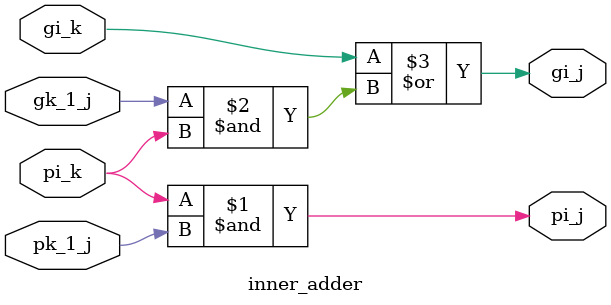
<source format=v>
`timescale 1ns / 1ps
module inner_adder(
	input gi_k,
	input pi_k,
	input gk_1_j,
	input pk_1_j,
	output gi_j,
	output pi_j
    );
	 //k_1_j == k-1~j
	 
assign pi_j = pi_k & pk_1_j;
assign gi_j = gi_k | (gk_1_j & pi_k);

endmodule

</source>
